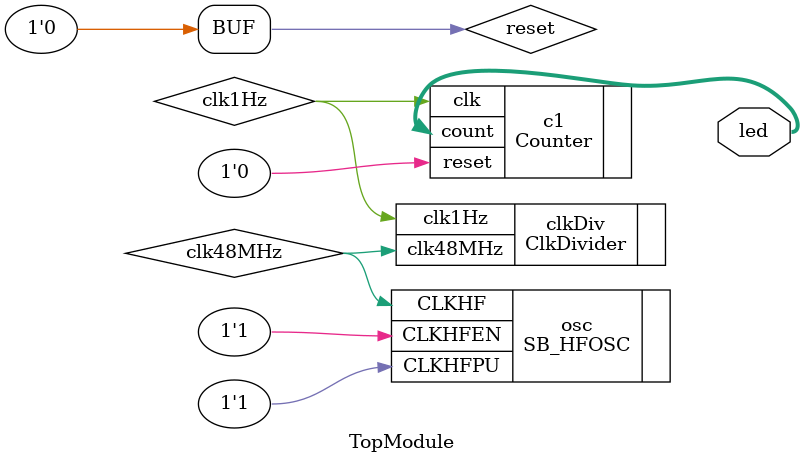
<source format=v>
module TopModule (
    output [2:0] led
);

    wire clk48MHz;
    SB_HFOSC osc(
        .CLKHFPU(1'b1),
        .CLKHFEN(1'b1),
        .CLKHF(clk48MHz)
    );

    wire clk1Hz;
    ClkDivider clkDiv(
        .clk48MHz(clk48MHz),
        .clk1Hz(clk1Hz)
    );

    reg reset = 1'b0;
    Counter c1(
        .clk(clk1Hz),
        //.en(en),
        .reset(reset), 
        .count(led)
    );

endmodule
</source>
